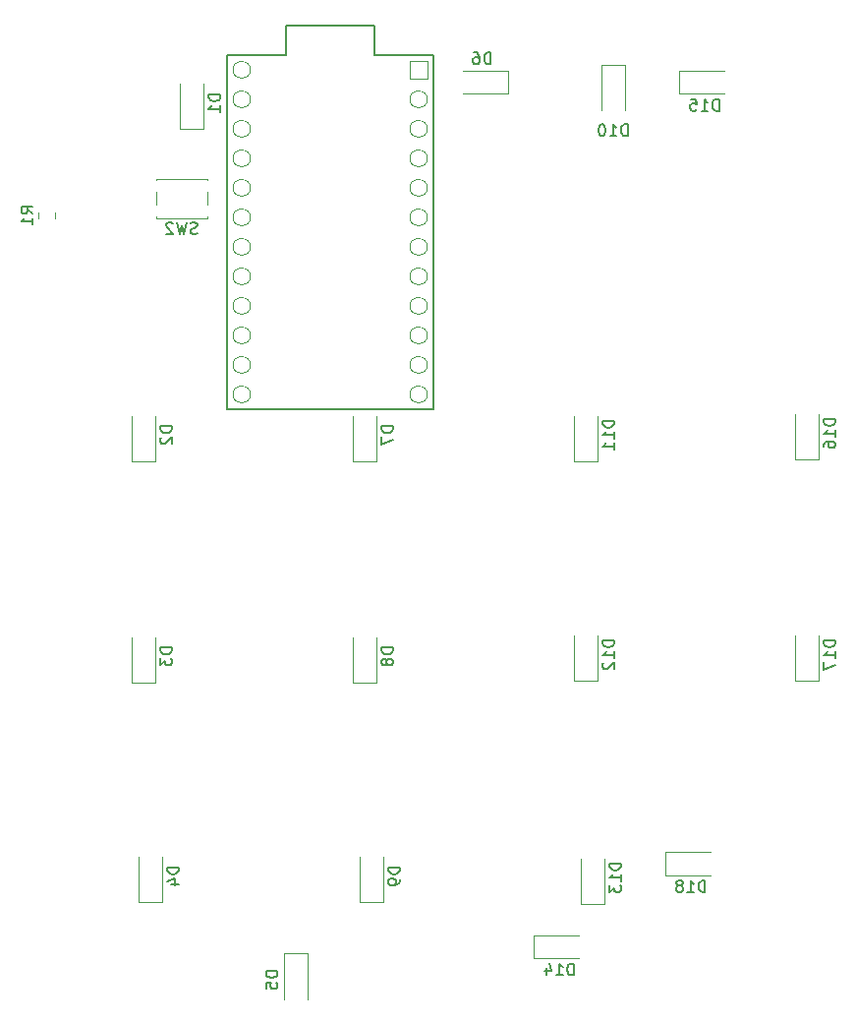
<source format=gbr>
%TF.GenerationSoftware,KiCad,Pcbnew,(5.1.7)-1*%
%TF.CreationDate,2020-12-03T19:41:16-08:00*%
%TF.ProjectId,macropad3,6d616372-6f70-4616-9433-2e6b69636164,rev?*%
%TF.SameCoordinates,Original*%
%TF.FileFunction,Legend,Bot*%
%TF.FilePolarity,Positive*%
%FSLAX46Y46*%
G04 Gerber Fmt 4.6, Leading zero omitted, Abs format (unit mm)*
G04 Created by KiCad (PCBNEW (5.1.7)-1) date 2020-12-03 19:41:16*
%MOMM*%
%LPD*%
G01*
G04 APERTURE LIST*
%ADD10C,0.120000*%
%ADD11C,0.150000*%
%ADD12C,0.100000*%
G04 APERTURE END LIST*
D10*
%TO.C,D2*%
X105631081Y-85737853D02*
X103631081Y-85737853D01*
X103631081Y-85737853D02*
X103631081Y-81837853D01*
X105631081Y-85737853D02*
X105631081Y-81837853D01*
D11*
%TO.C,U1*%
X129594532Y-50785405D02*
X129594532Y-81265405D01*
X129594532Y-50785405D02*
X124514532Y-50785405D01*
X124514532Y-50785405D02*
X124514532Y-48245405D01*
X124514532Y-48245405D02*
X116894532Y-48245405D01*
X116894532Y-48245405D02*
X116894532Y-50785405D01*
X116894532Y-50785405D02*
X111814532Y-50785405D01*
X111814532Y-50785405D02*
X111814532Y-81265405D01*
X111814532Y-81265405D02*
X129594532Y-81265405D01*
D10*
%TO.C,D6*%
X136051418Y-52126890D02*
X136051418Y-54126890D01*
X136051418Y-54126890D02*
X132151418Y-54126890D01*
X136051418Y-52126890D02*
X132151418Y-52126890D01*
%TO.C,SW2*%
X110113898Y-64711585D02*
X110113898Y-64831585D01*
X110113898Y-62561585D02*
X110113898Y-63701585D01*
X110113898Y-61431585D02*
X110113898Y-61551585D01*
X105713898Y-61431585D02*
X110113898Y-61431585D01*
X105713898Y-61551585D02*
X105713898Y-61431585D01*
X105713898Y-63701585D02*
X105713898Y-62561585D01*
X105713898Y-64831585D02*
X105713898Y-64711585D01*
X110113898Y-64831585D02*
X105713898Y-64831585D01*
%TO.C,R1*%
X95586699Y-64342211D02*
X95586699Y-64864715D01*
X97006699Y-64342211D02*
X97006699Y-64864715D01*
%TO.C,D18*%
X149546747Y-121397259D02*
X149546747Y-119397259D01*
X149546747Y-119397259D02*
X153446747Y-119397259D01*
X149546747Y-121397259D02*
X153446747Y-121397259D01*
%TO.C,D17*%
X162781129Y-104651930D02*
X160781129Y-104651930D01*
X160781129Y-104651930D02*
X160781129Y-100751930D01*
X162781129Y-104651930D02*
X162781129Y-100751930D01*
%TO.C,D16*%
X162781129Y-85601914D02*
X160781129Y-85601914D01*
X160781129Y-85601914D02*
X160781129Y-81701914D01*
X162781129Y-85601914D02*
X162781129Y-81701914D01*
%TO.C,D15*%
X150737373Y-54126890D02*
X150737373Y-52126890D01*
X150737373Y-52126890D02*
X154637373Y-52126890D01*
X150737373Y-54126890D02*
X154637373Y-54126890D01*
%TO.C,D14*%
X138235800Y-128541015D02*
X138235800Y-126541015D01*
X138235800Y-126541015D02*
X142135800Y-126541015D01*
X138235800Y-128541015D02*
X142135800Y-128541015D01*
%TO.C,D13*%
X144326426Y-123837885D02*
X142326426Y-123837885D01*
X142326426Y-123837885D02*
X142326426Y-119937885D01*
X144326426Y-123837885D02*
X144326426Y-119937885D01*
%TO.C,D12*%
X143731113Y-104651930D02*
X141731113Y-104651930D01*
X141731113Y-104651930D02*
X141731113Y-100751930D01*
X143731113Y-104651930D02*
X143731113Y-100751930D01*
%TO.C,D11*%
X143731113Y-85737853D02*
X141731113Y-85737853D01*
X141731113Y-85737853D02*
X141731113Y-81837853D01*
X143731113Y-85737853D02*
X143731113Y-81837853D01*
%TO.C,D10*%
X144112365Y-51608142D02*
X146112365Y-51608142D01*
X146112365Y-51608142D02*
X146112365Y-55508142D01*
X144112365Y-51608142D02*
X144112365Y-55508142D01*
%TO.C,D9*%
X125276410Y-123701946D02*
X123276410Y-123701946D01*
X123276410Y-123701946D02*
X123276410Y-119801946D01*
X125276410Y-123701946D02*
X125276410Y-119801946D01*
%TO.C,D8*%
X124681097Y-104787869D02*
X122681097Y-104787869D01*
X122681097Y-104787869D02*
X122681097Y-100887869D01*
X124681097Y-104787869D02*
X124681097Y-100887869D01*
%TO.C,D7*%
X124681097Y-85737853D02*
X122681097Y-85737853D01*
X122681097Y-85737853D02*
X122681097Y-81837853D01*
X124681097Y-85737853D02*
X124681097Y-81837853D01*
%TO.C,D5*%
X116727967Y-128131641D02*
X118727967Y-128131641D01*
X118727967Y-128131641D02*
X118727967Y-132031641D01*
X116727967Y-128131641D02*
X116727967Y-132031641D01*
%TO.C,D4*%
X106226394Y-123701946D02*
X104226394Y-123701946D01*
X104226394Y-123701946D02*
X104226394Y-119801946D01*
X106226394Y-123701946D02*
X106226394Y-119801946D01*
%TO.C,D3*%
X105631081Y-104787869D02*
X103631081Y-104787869D01*
X103631081Y-104787869D02*
X103631081Y-100887869D01*
X105631081Y-104787869D02*
X105631081Y-100887869D01*
%TO.C,D1*%
X109798272Y-57162829D02*
X107798272Y-57162829D01*
X107798272Y-57162829D02*
X107798272Y-53262829D01*
X109798272Y-57162829D02*
X109798272Y-53262829D01*
%TD*%
D12*
%TO.C,U1*%
X113834532Y-52055405D02*
G75*
G03*
X113834532Y-52055405I-750000J0D01*
G01*
X113834532Y-54595405D02*
G75*
G03*
X113834532Y-54595405I-750000J0D01*
G01*
X113834532Y-57135405D02*
G75*
G03*
X113834532Y-57135405I-750000J0D01*
G01*
X113834532Y-59675405D02*
G75*
G03*
X113834532Y-59675405I-750000J0D01*
G01*
X113834532Y-62215405D02*
G75*
G03*
X113834532Y-62215405I-750000J0D01*
G01*
X113834532Y-64755405D02*
G75*
G03*
X113834532Y-64755405I-750000J0D01*
G01*
X113834532Y-67295405D02*
G75*
G03*
X113834532Y-67295405I-750000J0D01*
G01*
X113834532Y-69835405D02*
G75*
G03*
X113834532Y-69835405I-750000J0D01*
G01*
X113834532Y-72375405D02*
G75*
G03*
X113834532Y-72375405I-750000J0D01*
G01*
X113834532Y-74915405D02*
G75*
G03*
X113834532Y-74915405I-750000J0D01*
G01*
X113834532Y-77455405D02*
G75*
G03*
X113834532Y-77455405I-750000J0D01*
G01*
X113834532Y-79995405D02*
G75*
G03*
X113834532Y-79995405I-750000J0D01*
G01*
X129074532Y-79995405D02*
G75*
G03*
X129074532Y-79995405I-750000J0D01*
G01*
X129074532Y-77455405D02*
G75*
G03*
X129074532Y-77455405I-750000J0D01*
G01*
X129074532Y-74915405D02*
G75*
G03*
X129074532Y-74915405I-750000J0D01*
G01*
X129074532Y-72375405D02*
G75*
G03*
X129074532Y-72375405I-750000J0D01*
G01*
X129074532Y-69835405D02*
G75*
G03*
X129074532Y-69835405I-750000J0D01*
G01*
X129074532Y-67295405D02*
G75*
G03*
X129074532Y-67295405I-750000J0D01*
G01*
X129074532Y-64755405D02*
G75*
G03*
X129074532Y-64755405I-750000J0D01*
G01*
X129074532Y-62215405D02*
G75*
G03*
X129074532Y-62215405I-750000J0D01*
G01*
X129074532Y-59675405D02*
G75*
G03*
X129074532Y-59675405I-750000J0D01*
G01*
X129074532Y-57135405D02*
G75*
G03*
X129074532Y-57135405I-750000J0D01*
G01*
X129074532Y-54595405D02*
G75*
G03*
X129074532Y-54595405I-750000J0D01*
G01*
X127574532Y-51305405D02*
X127574532Y-52805405D01*
X129074532Y-52805405D01*
X129074532Y-51305405D01*
X127574532Y-51305405D01*
%TD*%
%TO.C,D2*%
D11*
X107083461Y-82749757D02*
X106083461Y-82749757D01*
X106083461Y-82987853D01*
X106131081Y-83130710D01*
X106226319Y-83225948D01*
X106321557Y-83273567D01*
X106512033Y-83321186D01*
X106654890Y-83321186D01*
X106845366Y-83273567D01*
X106940604Y-83225948D01*
X107035842Y-83130710D01*
X107083461Y-82987853D01*
X107083461Y-82749757D01*
X106178700Y-83702138D02*
X106131081Y-83749757D01*
X106083461Y-83844995D01*
X106083461Y-84083091D01*
X106131081Y-84178329D01*
X106178700Y-84225948D01*
X106273938Y-84273567D01*
X106369176Y-84273567D01*
X106512033Y-84225948D01*
X107083461Y-83654519D01*
X107083461Y-84273567D01*
%TO.C,D6*%
X134539513Y-51579270D02*
X134539513Y-50579270D01*
X134301418Y-50579270D01*
X134158560Y-50626890D01*
X134063322Y-50722128D01*
X134015703Y-50817366D01*
X133968084Y-51007842D01*
X133968084Y-51150699D01*
X134015703Y-51341175D01*
X134063322Y-51436413D01*
X134158560Y-51531651D01*
X134301418Y-51579270D01*
X134539513Y-51579270D01*
X133110941Y-50579270D02*
X133301418Y-50579270D01*
X133396656Y-50626890D01*
X133444275Y-50674509D01*
X133539513Y-50817366D01*
X133587132Y-51007842D01*
X133587132Y-51388794D01*
X133539513Y-51484032D01*
X133491894Y-51531651D01*
X133396656Y-51579270D01*
X133206179Y-51579270D01*
X133110941Y-51531651D01*
X133063322Y-51484032D01*
X133015703Y-51388794D01*
X133015703Y-51150699D01*
X133063322Y-51055461D01*
X133110941Y-51007842D01*
X133206179Y-50960223D01*
X133396656Y-50960223D01*
X133491894Y-51007842D01*
X133539513Y-51055461D01*
X133587132Y-51150699D01*
%TO.C,SW2*%
X109247231Y-66136346D02*
X109104374Y-66183965D01*
X108866278Y-66183965D01*
X108771040Y-66136346D01*
X108723421Y-66088727D01*
X108675802Y-65993489D01*
X108675802Y-65898251D01*
X108723421Y-65803013D01*
X108771040Y-65755394D01*
X108866278Y-65707775D01*
X109056755Y-65660156D01*
X109151993Y-65612537D01*
X109199612Y-65564918D01*
X109247231Y-65469680D01*
X109247231Y-65374442D01*
X109199612Y-65279204D01*
X109151993Y-65231585D01*
X109056755Y-65183965D01*
X108818659Y-65183965D01*
X108675802Y-65231585D01*
X108342469Y-65183965D02*
X108104374Y-66183965D01*
X107913898Y-65469680D01*
X107723421Y-66183965D01*
X107485326Y-65183965D01*
X107151993Y-65279204D02*
X107104374Y-65231585D01*
X107009136Y-65183965D01*
X106771040Y-65183965D01*
X106675802Y-65231585D01*
X106628183Y-65279204D01*
X106580564Y-65374442D01*
X106580564Y-65469680D01*
X106628183Y-65612537D01*
X107199612Y-66183965D01*
X106580564Y-66183965D01*
%TO.C,R1*%
X95099079Y-64436796D02*
X94622889Y-64103463D01*
X95099079Y-63865367D02*
X94099079Y-63865367D01*
X94099079Y-64246320D01*
X94146699Y-64341558D01*
X94194318Y-64389177D01*
X94289556Y-64436796D01*
X94432413Y-64436796D01*
X94527651Y-64389177D01*
X94575270Y-64341558D01*
X94622889Y-64246320D01*
X94622889Y-63865367D01*
X95099079Y-65389177D02*
X95099079Y-64817748D01*
X95099079Y-65103463D02*
X94099079Y-65103463D01*
X94241937Y-65008224D01*
X94337175Y-64912986D01*
X94384794Y-64817748D01*
%TO.C,D18*%
X153011032Y-122849639D02*
X153011032Y-121849639D01*
X152772937Y-121849639D01*
X152630080Y-121897259D01*
X152534842Y-121992497D01*
X152487223Y-122087735D01*
X152439604Y-122278211D01*
X152439604Y-122421068D01*
X152487223Y-122611544D01*
X152534842Y-122706782D01*
X152630080Y-122802020D01*
X152772937Y-122849639D01*
X153011032Y-122849639D01*
X151487223Y-122849639D02*
X152058651Y-122849639D01*
X151772937Y-122849639D02*
X151772937Y-121849639D01*
X151868175Y-121992497D01*
X151963413Y-122087735D01*
X152058651Y-122135354D01*
X150915794Y-122278211D02*
X151011032Y-122230592D01*
X151058651Y-122182973D01*
X151106270Y-122087735D01*
X151106270Y-122040116D01*
X151058651Y-121944878D01*
X151011032Y-121897259D01*
X150915794Y-121849639D01*
X150725318Y-121849639D01*
X150630080Y-121897259D01*
X150582461Y-121944878D01*
X150534842Y-122040116D01*
X150534842Y-122087735D01*
X150582461Y-122182973D01*
X150630080Y-122230592D01*
X150725318Y-122278211D01*
X150915794Y-122278211D01*
X151011032Y-122325830D01*
X151058651Y-122373449D01*
X151106270Y-122468687D01*
X151106270Y-122659163D01*
X151058651Y-122754401D01*
X151011032Y-122802020D01*
X150915794Y-122849639D01*
X150725318Y-122849639D01*
X150630080Y-122802020D01*
X150582461Y-122754401D01*
X150534842Y-122659163D01*
X150534842Y-122468687D01*
X150582461Y-122373449D01*
X150630080Y-122325830D01*
X150725318Y-122278211D01*
%TO.C,D17*%
X164233509Y-101187644D02*
X163233509Y-101187644D01*
X163233509Y-101425739D01*
X163281129Y-101568596D01*
X163376367Y-101663834D01*
X163471605Y-101711453D01*
X163662081Y-101759072D01*
X163804938Y-101759072D01*
X163995414Y-101711453D01*
X164090652Y-101663834D01*
X164185890Y-101568596D01*
X164233509Y-101425739D01*
X164233509Y-101187644D01*
X164233509Y-102711453D02*
X164233509Y-102140025D01*
X164233509Y-102425739D02*
X163233509Y-102425739D01*
X163376367Y-102330501D01*
X163471605Y-102235263D01*
X163519224Y-102140025D01*
X163233509Y-103044787D02*
X163233509Y-103711453D01*
X164233509Y-103282882D01*
%TO.C,D16*%
X164233509Y-82137628D02*
X163233509Y-82137628D01*
X163233509Y-82375723D01*
X163281129Y-82518580D01*
X163376367Y-82613818D01*
X163471605Y-82661437D01*
X163662081Y-82709056D01*
X163804938Y-82709056D01*
X163995414Y-82661437D01*
X164090652Y-82613818D01*
X164185890Y-82518580D01*
X164233509Y-82375723D01*
X164233509Y-82137628D01*
X164233509Y-83661437D02*
X164233509Y-83090009D01*
X164233509Y-83375723D02*
X163233509Y-83375723D01*
X163376367Y-83280485D01*
X163471605Y-83185247D01*
X163519224Y-83090009D01*
X163233509Y-84518580D02*
X163233509Y-84328104D01*
X163281129Y-84232866D01*
X163328748Y-84185247D01*
X163471605Y-84090009D01*
X163662081Y-84042390D01*
X164043033Y-84042390D01*
X164138271Y-84090009D01*
X164185890Y-84137628D01*
X164233509Y-84232866D01*
X164233509Y-84423342D01*
X164185890Y-84518580D01*
X164138271Y-84566199D01*
X164043033Y-84613818D01*
X163804938Y-84613818D01*
X163709700Y-84566199D01*
X163662081Y-84518580D01*
X163614462Y-84423342D01*
X163614462Y-84232866D01*
X163662081Y-84137628D01*
X163709700Y-84090009D01*
X163804938Y-84042390D01*
%TO.C,D15*%
X154201658Y-55579270D02*
X154201658Y-54579270D01*
X153963563Y-54579270D01*
X153820706Y-54626890D01*
X153725468Y-54722128D01*
X153677849Y-54817366D01*
X153630230Y-55007842D01*
X153630230Y-55150699D01*
X153677849Y-55341175D01*
X153725468Y-55436413D01*
X153820706Y-55531651D01*
X153963563Y-55579270D01*
X154201658Y-55579270D01*
X152677849Y-55579270D02*
X153249277Y-55579270D01*
X152963563Y-55579270D02*
X152963563Y-54579270D01*
X153058801Y-54722128D01*
X153154039Y-54817366D01*
X153249277Y-54864985D01*
X151773087Y-54579270D02*
X152249277Y-54579270D01*
X152296896Y-55055461D01*
X152249277Y-55007842D01*
X152154039Y-54960223D01*
X151915944Y-54960223D01*
X151820706Y-55007842D01*
X151773087Y-55055461D01*
X151725468Y-55150699D01*
X151725468Y-55388794D01*
X151773087Y-55484032D01*
X151820706Y-55531651D01*
X151915944Y-55579270D01*
X152154039Y-55579270D01*
X152249277Y-55531651D01*
X152296896Y-55484032D01*
%TO.C,D14*%
X141700085Y-129993395D02*
X141700085Y-128993395D01*
X141461990Y-128993395D01*
X141319133Y-129041015D01*
X141223895Y-129136253D01*
X141176276Y-129231491D01*
X141128657Y-129421967D01*
X141128657Y-129564824D01*
X141176276Y-129755300D01*
X141223895Y-129850538D01*
X141319133Y-129945776D01*
X141461990Y-129993395D01*
X141700085Y-129993395D01*
X140176276Y-129993395D02*
X140747704Y-129993395D01*
X140461990Y-129993395D02*
X140461990Y-128993395D01*
X140557228Y-129136253D01*
X140652466Y-129231491D01*
X140747704Y-129279110D01*
X139319133Y-129326729D02*
X139319133Y-129993395D01*
X139557228Y-128945776D02*
X139795323Y-129660062D01*
X139176276Y-129660062D01*
%TO.C,D13*%
X145778806Y-120373599D02*
X144778806Y-120373599D01*
X144778806Y-120611694D01*
X144826426Y-120754551D01*
X144921664Y-120849789D01*
X145016902Y-120897408D01*
X145207378Y-120945027D01*
X145350235Y-120945027D01*
X145540711Y-120897408D01*
X145635949Y-120849789D01*
X145731187Y-120754551D01*
X145778806Y-120611694D01*
X145778806Y-120373599D01*
X145778806Y-121897408D02*
X145778806Y-121325980D01*
X145778806Y-121611694D02*
X144778806Y-121611694D01*
X144921664Y-121516456D01*
X145016902Y-121421218D01*
X145064521Y-121325980D01*
X144778806Y-122230742D02*
X144778806Y-122849789D01*
X145159759Y-122516456D01*
X145159759Y-122659313D01*
X145207378Y-122754551D01*
X145254997Y-122802170D01*
X145350235Y-122849789D01*
X145588330Y-122849789D01*
X145683568Y-122802170D01*
X145731187Y-122754551D01*
X145778806Y-122659313D01*
X145778806Y-122373599D01*
X145731187Y-122278361D01*
X145683568Y-122230742D01*
%TO.C,D12*%
X145183493Y-101187644D02*
X144183493Y-101187644D01*
X144183493Y-101425739D01*
X144231113Y-101568596D01*
X144326351Y-101663834D01*
X144421589Y-101711453D01*
X144612065Y-101759072D01*
X144754922Y-101759072D01*
X144945398Y-101711453D01*
X145040636Y-101663834D01*
X145135874Y-101568596D01*
X145183493Y-101425739D01*
X145183493Y-101187644D01*
X145183493Y-102711453D02*
X145183493Y-102140025D01*
X145183493Y-102425739D02*
X144183493Y-102425739D01*
X144326351Y-102330501D01*
X144421589Y-102235263D01*
X144469208Y-102140025D01*
X144278732Y-103092406D02*
X144231113Y-103140025D01*
X144183493Y-103235263D01*
X144183493Y-103473358D01*
X144231113Y-103568596D01*
X144278732Y-103616215D01*
X144373970Y-103663834D01*
X144469208Y-103663834D01*
X144612065Y-103616215D01*
X145183493Y-103044787D01*
X145183493Y-103663834D01*
%TO.C,D11*%
X145183493Y-82273567D02*
X144183493Y-82273567D01*
X144183493Y-82511662D01*
X144231113Y-82654519D01*
X144326351Y-82749757D01*
X144421589Y-82797376D01*
X144612065Y-82844995D01*
X144754922Y-82844995D01*
X144945398Y-82797376D01*
X145040636Y-82749757D01*
X145135874Y-82654519D01*
X145183493Y-82511662D01*
X145183493Y-82273567D01*
X145183493Y-83797376D02*
X145183493Y-83225948D01*
X145183493Y-83511662D02*
X144183493Y-83511662D01*
X144326351Y-83416424D01*
X144421589Y-83321186D01*
X144469208Y-83225948D01*
X145183493Y-84749757D02*
X145183493Y-84178329D01*
X145183493Y-84464043D02*
X144183493Y-84464043D01*
X144326351Y-84368805D01*
X144421589Y-84273567D01*
X144469208Y-84178329D01*
%TO.C,D10*%
X146326650Y-57746461D02*
X146326650Y-56746461D01*
X146088555Y-56746461D01*
X145945698Y-56794081D01*
X145850460Y-56889319D01*
X145802841Y-56984557D01*
X145755222Y-57175033D01*
X145755222Y-57317890D01*
X145802841Y-57508366D01*
X145850460Y-57603604D01*
X145945698Y-57698842D01*
X146088555Y-57746461D01*
X146326650Y-57746461D01*
X144802841Y-57746461D02*
X145374269Y-57746461D01*
X145088555Y-57746461D02*
X145088555Y-56746461D01*
X145183793Y-56889319D01*
X145279031Y-56984557D01*
X145374269Y-57032176D01*
X144183793Y-56746461D02*
X144088555Y-56746461D01*
X143993317Y-56794081D01*
X143945698Y-56841700D01*
X143898079Y-56936938D01*
X143850460Y-57127414D01*
X143850460Y-57365509D01*
X143898079Y-57555985D01*
X143945698Y-57651223D01*
X143993317Y-57698842D01*
X144088555Y-57746461D01*
X144183793Y-57746461D01*
X144279031Y-57698842D01*
X144326650Y-57651223D01*
X144374269Y-57555985D01*
X144421888Y-57365509D01*
X144421888Y-57127414D01*
X144374269Y-56936938D01*
X144326650Y-56841700D01*
X144279031Y-56794081D01*
X144183793Y-56746461D01*
%TO.C,D9*%
X126728790Y-120713850D02*
X125728790Y-120713850D01*
X125728790Y-120951946D01*
X125776410Y-121094803D01*
X125871648Y-121190041D01*
X125966886Y-121237660D01*
X126157362Y-121285279D01*
X126300219Y-121285279D01*
X126490695Y-121237660D01*
X126585933Y-121190041D01*
X126681171Y-121094803D01*
X126728790Y-120951946D01*
X126728790Y-120713850D01*
X126728790Y-121761469D02*
X126728790Y-121951946D01*
X126681171Y-122047184D01*
X126633552Y-122094803D01*
X126490695Y-122190041D01*
X126300219Y-122237660D01*
X125919267Y-122237660D01*
X125824029Y-122190041D01*
X125776410Y-122142422D01*
X125728790Y-122047184D01*
X125728790Y-121856707D01*
X125776410Y-121761469D01*
X125824029Y-121713850D01*
X125919267Y-121666231D01*
X126157362Y-121666231D01*
X126252600Y-121713850D01*
X126300219Y-121761469D01*
X126347838Y-121856707D01*
X126347838Y-122047184D01*
X126300219Y-122142422D01*
X126252600Y-122190041D01*
X126157362Y-122237660D01*
%TO.C,D8*%
X126133477Y-101799773D02*
X125133477Y-101799773D01*
X125133477Y-102037869D01*
X125181097Y-102180726D01*
X125276335Y-102275964D01*
X125371573Y-102323583D01*
X125562049Y-102371202D01*
X125704906Y-102371202D01*
X125895382Y-102323583D01*
X125990620Y-102275964D01*
X126085858Y-102180726D01*
X126133477Y-102037869D01*
X126133477Y-101799773D01*
X125562049Y-102942630D02*
X125514430Y-102847392D01*
X125466811Y-102799773D01*
X125371573Y-102752154D01*
X125323954Y-102752154D01*
X125228716Y-102799773D01*
X125181097Y-102847392D01*
X125133477Y-102942630D01*
X125133477Y-103133107D01*
X125181097Y-103228345D01*
X125228716Y-103275964D01*
X125323954Y-103323583D01*
X125371573Y-103323583D01*
X125466811Y-103275964D01*
X125514430Y-103228345D01*
X125562049Y-103133107D01*
X125562049Y-102942630D01*
X125609668Y-102847392D01*
X125657287Y-102799773D01*
X125752525Y-102752154D01*
X125943001Y-102752154D01*
X126038239Y-102799773D01*
X126085858Y-102847392D01*
X126133477Y-102942630D01*
X126133477Y-103133107D01*
X126085858Y-103228345D01*
X126038239Y-103275964D01*
X125943001Y-103323583D01*
X125752525Y-103323583D01*
X125657287Y-103275964D01*
X125609668Y-103228345D01*
X125562049Y-103133107D01*
%TO.C,D7*%
X126133477Y-82749757D02*
X125133477Y-82749757D01*
X125133477Y-82987853D01*
X125181097Y-83130710D01*
X125276335Y-83225948D01*
X125371573Y-83273567D01*
X125562049Y-83321186D01*
X125704906Y-83321186D01*
X125895382Y-83273567D01*
X125990620Y-83225948D01*
X126085858Y-83130710D01*
X126133477Y-82987853D01*
X126133477Y-82749757D01*
X125133477Y-83654519D02*
X125133477Y-84321186D01*
X126133477Y-83892614D01*
%TO.C,D5*%
X116180347Y-129643545D02*
X115180347Y-129643545D01*
X115180347Y-129881641D01*
X115227967Y-130024498D01*
X115323205Y-130119736D01*
X115418443Y-130167355D01*
X115608919Y-130214974D01*
X115751776Y-130214974D01*
X115942252Y-130167355D01*
X116037490Y-130119736D01*
X116132728Y-130024498D01*
X116180347Y-129881641D01*
X116180347Y-129643545D01*
X115180347Y-131119736D02*
X115180347Y-130643545D01*
X115656538Y-130595926D01*
X115608919Y-130643545D01*
X115561300Y-130738783D01*
X115561300Y-130976879D01*
X115608919Y-131072117D01*
X115656538Y-131119736D01*
X115751776Y-131167355D01*
X115989871Y-131167355D01*
X116085109Y-131119736D01*
X116132728Y-131072117D01*
X116180347Y-130976879D01*
X116180347Y-130738783D01*
X116132728Y-130643545D01*
X116085109Y-130595926D01*
%TO.C,D4*%
X107678774Y-120713850D02*
X106678774Y-120713850D01*
X106678774Y-120951946D01*
X106726394Y-121094803D01*
X106821632Y-121190041D01*
X106916870Y-121237660D01*
X107107346Y-121285279D01*
X107250203Y-121285279D01*
X107440679Y-121237660D01*
X107535917Y-121190041D01*
X107631155Y-121094803D01*
X107678774Y-120951946D01*
X107678774Y-120713850D01*
X107012108Y-122142422D02*
X107678774Y-122142422D01*
X106631155Y-121904326D02*
X107345441Y-121666231D01*
X107345441Y-122285279D01*
%TO.C,D3*%
X107083461Y-101799773D02*
X106083461Y-101799773D01*
X106083461Y-102037869D01*
X106131081Y-102180726D01*
X106226319Y-102275964D01*
X106321557Y-102323583D01*
X106512033Y-102371202D01*
X106654890Y-102371202D01*
X106845366Y-102323583D01*
X106940604Y-102275964D01*
X107035842Y-102180726D01*
X107083461Y-102037869D01*
X107083461Y-101799773D01*
X106083461Y-102704535D02*
X106083461Y-103323583D01*
X106464414Y-102990249D01*
X106464414Y-103133107D01*
X106512033Y-103228345D01*
X106559652Y-103275964D01*
X106654890Y-103323583D01*
X106892985Y-103323583D01*
X106988223Y-103275964D01*
X107035842Y-103228345D01*
X107083461Y-103133107D01*
X107083461Y-102847392D01*
X107035842Y-102752154D01*
X106988223Y-102704535D01*
%TO.C,D1*%
X111250652Y-54174733D02*
X110250652Y-54174733D01*
X110250652Y-54412829D01*
X110298272Y-54555686D01*
X110393510Y-54650924D01*
X110488748Y-54698543D01*
X110679224Y-54746162D01*
X110822081Y-54746162D01*
X111012557Y-54698543D01*
X111107795Y-54650924D01*
X111203033Y-54555686D01*
X111250652Y-54412829D01*
X111250652Y-54174733D01*
X111250652Y-55698543D02*
X111250652Y-55127114D01*
X111250652Y-55412829D02*
X110250652Y-55412829D01*
X110393510Y-55317590D01*
X110488748Y-55222352D01*
X110536367Y-55127114D01*
%TD*%
M02*

</source>
